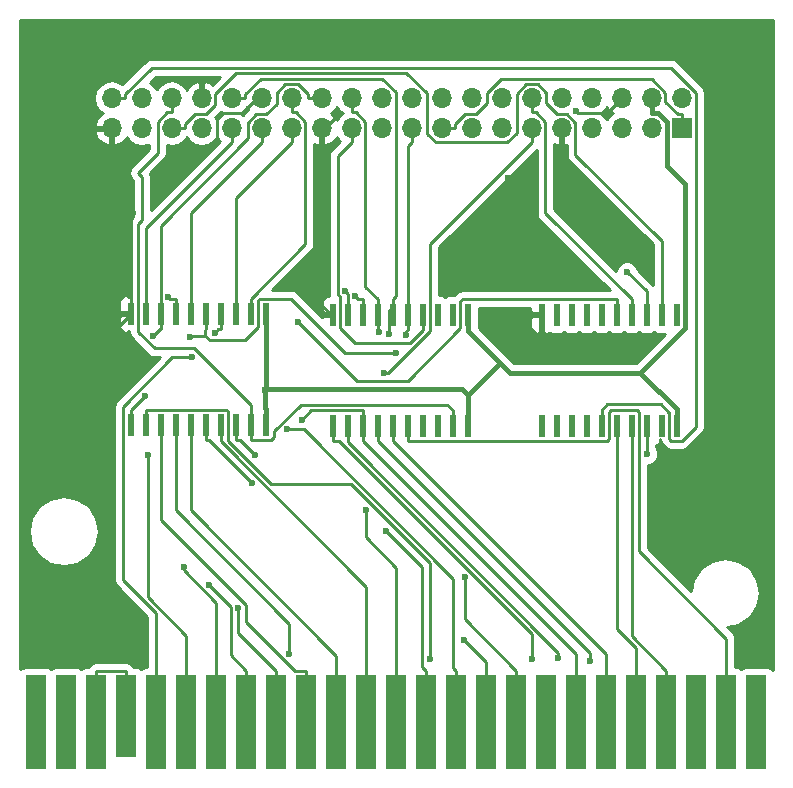
<source format=gbr>
G04 #@! TF.FileFunction,Copper,L1,Top,Mixed*
%FSLAX46Y46*%
G04 Gerber Fmt 4.6, Leading zero omitted, Abs format (unit mm)*
G04 Created by KiCad (PCBNEW 4.0.7) date 12/29/17 01:52:09*
%MOMM*%
%LPD*%
G01*
G04 APERTURE LIST*
%ADD10C,0.100000*%
%ADD11R,1.700000X1.700000*%
%ADD12O,1.700000X1.700000*%
%ADD13R,1.800000X8.000000*%
%ADD14R,1.800000X7.000000*%
%ADD15R,0.600000X1.950000*%
%ADD16C,0.600000*%
%ADD17C,0.250000*%
%ADD18C,0.400000*%
%ADD19C,0.254000*%
G04 APERTURE END LIST*
D10*
D11*
X181635000Y-59563000D03*
D12*
X181635000Y-57023000D03*
X179095000Y-59563000D03*
X179095000Y-57023000D03*
X176555000Y-59563000D03*
X176555000Y-57023000D03*
X174015000Y-59563000D03*
X174015000Y-57023000D03*
X171475000Y-59563000D03*
X171475000Y-57023000D03*
X168935000Y-59563000D03*
X168935000Y-57023000D03*
X166395000Y-59563000D03*
X166395000Y-57023000D03*
X163855000Y-59563000D03*
X163855000Y-57023000D03*
X161315000Y-59563000D03*
X161315000Y-57023000D03*
X158775000Y-59563000D03*
X158775000Y-57023000D03*
X156235000Y-59563000D03*
X156235000Y-57023000D03*
X153695000Y-59563000D03*
X153695000Y-57023000D03*
X151155000Y-59563000D03*
X151155000Y-57023000D03*
X148615000Y-59563000D03*
X148615000Y-57023000D03*
X146075000Y-59563000D03*
X146075000Y-57023000D03*
X143535000Y-59563000D03*
X143535000Y-57023000D03*
X140995000Y-59563000D03*
X140995000Y-57023000D03*
X138455000Y-59563000D03*
X138455000Y-57023000D03*
X135915000Y-59563000D03*
X135915000Y-57023000D03*
X133375000Y-59563000D03*
X133375000Y-57023000D03*
D13*
X187949840Y-109827440D03*
X185409840Y-109827440D03*
X182869840Y-109827440D03*
X180329840Y-109827440D03*
X177789840Y-109827440D03*
X175249840Y-109827440D03*
X172709840Y-109827440D03*
X170169840Y-109827440D03*
X167629840Y-109827440D03*
X165089840Y-109827440D03*
X162549840Y-109827440D03*
X160009840Y-109827440D03*
X157469840Y-109827440D03*
X154929840Y-109827440D03*
X152389840Y-109827440D03*
X149849840Y-109827440D03*
X147309840Y-109827440D03*
X144769840Y-109827440D03*
X142229840Y-109827440D03*
X139689840Y-109827440D03*
X137149840Y-109827440D03*
D14*
X134604760Y-109334680D03*
D13*
X132069840Y-109827440D03*
X129529840Y-109827440D03*
X126989840Y-109827440D03*
D15*
X181204000Y-75335400D03*
X179934000Y-75335400D03*
X178664000Y-75335400D03*
X177394000Y-75335400D03*
X176124000Y-75335400D03*
X174854000Y-75335400D03*
X173584000Y-75335400D03*
X172314000Y-75335400D03*
X171044000Y-75335400D03*
X169774000Y-75335400D03*
X169774000Y-84735400D03*
X171044000Y-84735400D03*
X172314000Y-84735400D03*
X173584000Y-84735400D03*
X174854000Y-84735400D03*
X176124000Y-84735400D03*
X177394000Y-84735400D03*
X178664000Y-84735400D03*
X179934000Y-84735400D03*
X181204000Y-84735400D03*
X163525000Y-75335400D03*
X162255000Y-75335400D03*
X160985000Y-75335400D03*
X159715000Y-75335400D03*
X158445000Y-75335400D03*
X157175000Y-75335400D03*
X155905000Y-75335400D03*
X154635000Y-75335400D03*
X153365000Y-75335400D03*
X152095000Y-75335400D03*
X152095000Y-84735400D03*
X153365000Y-84735400D03*
X154635000Y-84735400D03*
X155905000Y-84735400D03*
X157175000Y-84735400D03*
X158445000Y-84735400D03*
X159715000Y-84735400D03*
X160985000Y-84735400D03*
X162255000Y-84735400D03*
X163525000Y-84735400D03*
X146406000Y-75284600D03*
X145136000Y-75284600D03*
X143866000Y-75284600D03*
X142596000Y-75284600D03*
X141326000Y-75284600D03*
X140056000Y-75284600D03*
X138786000Y-75284600D03*
X137516000Y-75284600D03*
X136246000Y-75284600D03*
X134976000Y-75284600D03*
X134976000Y-84684600D03*
X136246000Y-84684600D03*
X137516000Y-84684600D03*
X138786000Y-84684600D03*
X140056000Y-84684600D03*
X141326000Y-84684600D03*
X142596000Y-84684600D03*
X143866000Y-84684600D03*
X145136000Y-84684600D03*
X146406000Y-84684600D03*
D16*
X166903400Y-63728600D03*
X142280640Y-60716160D03*
X169774000Y-75335400D03*
X171775120Y-72029320D03*
X179934000Y-84735400D03*
X181204000Y-75335400D03*
X134589520Y-101285040D03*
X150749000Y-70739000D03*
X135148320Y-66771520D03*
X152628600Y-58343800D03*
X168224200Y-65252600D03*
X172694600Y-58089800D03*
X172694600Y-65252600D03*
X146341200Y-81720000D03*
X142090800Y-76864000D03*
X138151000Y-73868900D03*
X136882100Y-77160500D03*
X157486500Y-78585500D03*
X140029200Y-77240600D03*
X178733700Y-87141600D03*
X173862000Y-104641600D03*
X171211400Y-104416100D03*
X149473000Y-84223700D03*
X168961400Y-104523800D03*
X163260100Y-97553600D03*
X163171700Y-102869100D03*
X160308900Y-104523800D03*
X136161100Y-82256700D03*
X148233100Y-85062000D03*
X156625100Y-93631200D03*
X154890600Y-91893500D03*
X145482200Y-87207200D03*
X145226100Y-89591400D03*
X148378300Y-104104700D03*
X144087200Y-100196500D03*
X141596900Y-98226500D03*
X139471600Y-96667000D03*
X136458600Y-87217000D03*
X149178300Y-75932800D03*
X140182300Y-78951900D03*
X177021900Y-71734700D03*
X155988400Y-76821400D03*
X158324000Y-77073500D03*
X156453000Y-80244800D03*
X156900700Y-76969100D03*
X153139100Y-73370900D03*
X154016500Y-73791400D03*
D17*
X166903400Y-63728600D02*
X166905940Y-63731140D01*
X166905940Y-63731140D02*
X166903400Y-63728600D01*
X146075000Y-57023000D02*
X145704560Y-57023000D01*
X145704560Y-57023000D02*
X144449800Y-58277760D01*
X144449800Y-58277760D02*
X142773400Y-58277760D01*
X142773400Y-58277760D02*
X142280640Y-58770520D01*
X142280640Y-58770520D02*
X142280640Y-60716160D01*
X171749720Y-72003920D02*
X171775120Y-72029320D01*
X132689600Y-77571000D02*
X134976000Y-75284600D01*
X132689600Y-99385120D02*
X132689600Y-77571000D01*
X134589520Y-101285040D02*
X132689600Y-99385120D01*
X134976000Y-75284600D02*
X134976000Y-66943840D01*
X134976000Y-66943840D02*
X135148320Y-66771520D01*
X150749000Y-74091800D02*
X150749000Y-70739000D01*
X150749000Y-74091800D02*
X151992600Y-75335400D01*
X135148320Y-66771520D02*
X135148320Y-64175640D01*
X135148320Y-64175640D02*
X133375000Y-62402320D01*
X133375000Y-59563000D02*
X133375000Y-62402320D01*
X133375000Y-62402320D02*
X133375000Y-62559800D01*
X152628600Y-58343800D02*
X151409400Y-59563000D01*
X151409400Y-59563000D02*
X151155000Y-59563000D01*
X166903400Y-63728600D02*
X168224200Y-65049400D01*
X168224200Y-65049400D02*
X168224200Y-65252600D01*
X172694600Y-58089800D02*
X172847000Y-58242200D01*
X172847000Y-58242200D02*
X175335800Y-58242200D01*
X175335800Y-58242200D02*
X176555000Y-57023000D01*
X152095000Y-75335400D02*
X151992600Y-75335400D01*
D18*
X181204000Y-84735400D02*
X181204000Y-83360100D01*
X179095000Y-57023000D02*
X179095000Y-58273300D01*
X181904400Y-76497900D02*
X178123100Y-80279200D01*
X181904400Y-64298600D02*
X181904400Y-76497900D01*
X180384600Y-62778800D02*
X181904400Y-64298600D01*
X180384600Y-59044800D02*
X180384600Y-62778800D01*
X179613100Y-58273300D02*
X180384600Y-59044800D01*
X179095000Y-58273300D02*
X179613100Y-58273300D01*
X178123100Y-80279200D02*
X181204000Y-83360100D01*
X163525000Y-75335400D02*
X163525000Y-76710700D01*
X163525000Y-84735400D02*
X163525000Y-83360100D01*
X167093500Y-80279200D02*
X166229200Y-79414800D01*
X178123100Y-80279200D02*
X167093500Y-80279200D01*
X166229200Y-79414800D02*
X163525000Y-76710700D01*
X146341200Y-83244500D02*
X146341200Y-81720000D01*
X146406000Y-83309300D02*
X146341200Y-83244500D01*
X146406000Y-84684600D02*
X146406000Y-83309300D01*
X166229200Y-79414800D02*
X163525000Y-82119000D01*
X163525000Y-82119000D02*
X163525000Y-83360100D01*
X163061200Y-81655200D02*
X163525000Y-82119000D01*
X146406000Y-81655200D02*
X163061200Y-81655200D01*
X146406000Y-75284600D02*
X146406000Y-81655200D01*
X146406000Y-81655200D02*
X146341200Y-81720000D01*
D17*
X142369900Y-76584900D02*
X142090800Y-76864000D01*
X142596000Y-76584900D02*
X142369900Y-76584900D01*
X142596000Y-75284600D02*
X142596000Y-76584900D01*
X138266400Y-73984300D02*
X138151000Y-73868900D01*
X138786000Y-73984300D02*
X138266400Y-73984300D01*
X138786000Y-75284600D02*
X138786000Y-73984300D01*
X136246000Y-68027300D02*
X143535000Y-60738300D01*
X136246000Y-75284600D02*
X136246000Y-68027300D01*
X143535000Y-59563000D02*
X143535000Y-60738300D01*
X151155000Y-57023000D02*
X149979700Y-57023000D01*
X137516000Y-67802000D02*
X137516000Y-75284600D01*
X144899600Y-60418400D02*
X137516000Y-67802000D01*
X144899600Y-59073600D02*
X144899600Y-60418400D01*
X145585600Y-58387600D02*
X144899600Y-59073600D01*
X146445700Y-58387600D02*
X145585600Y-58387600D01*
X147345000Y-57488300D02*
X146445700Y-58387600D01*
X147345000Y-56556500D02*
X147345000Y-57488300D01*
X148073500Y-55828000D02*
X147345000Y-56556500D01*
X149152000Y-55828000D02*
X148073500Y-55828000D01*
X149979700Y-56655700D02*
X149152000Y-55828000D01*
X149979700Y-57023000D02*
X149979700Y-56655700D01*
X137457700Y-76584900D02*
X136882100Y-77160500D01*
X137516000Y-76584900D02*
X137457700Y-76584900D01*
X137516000Y-75284600D02*
X137516000Y-76584900D01*
X143866000Y-65487300D02*
X148615000Y-60738300D01*
X143866000Y-75284600D02*
X143866000Y-65487300D01*
X148615000Y-59563000D02*
X148615000Y-60738300D01*
X175343900Y-82945200D02*
X174854000Y-83435100D01*
X179878900Y-82945200D02*
X175343900Y-82945200D01*
X180559400Y-83625700D02*
X179878900Y-82945200D01*
X180559400Y-85834000D02*
X180559400Y-83625700D01*
X180761200Y-86035800D02*
X180559400Y-85834000D01*
X181657800Y-86035800D02*
X180761200Y-86035800D01*
X182831700Y-84861900D02*
X181657800Y-86035800D01*
X182831700Y-56547400D02*
X182831700Y-84861900D01*
X180705000Y-54420700D02*
X182831700Y-56547400D01*
X136785300Y-54420700D02*
X180705000Y-54420700D01*
X134550300Y-56655700D02*
X136785300Y-54420700D01*
X134550300Y-57023000D02*
X134550300Y-56655700D01*
X133375000Y-57023000D02*
X134550300Y-57023000D01*
X174854000Y-84735400D02*
X174854000Y-83435100D01*
X148615000Y-57023000D02*
X148615000Y-58198300D01*
X149790300Y-69330000D02*
X145136000Y-73984300D01*
X149790300Y-59006200D02*
X149790300Y-69330000D01*
X148982400Y-58198300D02*
X149790300Y-59006200D01*
X148615000Y-58198300D02*
X148982400Y-58198300D01*
X145136000Y-75284600D02*
X145136000Y-73984300D01*
X141326000Y-75284600D02*
X141326000Y-76584900D01*
X140130900Y-77138900D02*
X140029200Y-77240600D01*
X141295100Y-77138900D02*
X140130900Y-77138900D01*
X141295100Y-76615800D02*
X141295100Y-77138900D01*
X141326000Y-76584900D02*
X141295100Y-76615800D01*
X153130000Y-78585500D02*
X157486500Y-78585500D01*
X148528600Y-73984100D02*
X153130000Y-78585500D01*
X145924200Y-73984100D02*
X148528600Y-73984100D01*
X145773000Y-74135300D02*
X145924200Y-73984100D01*
X145773000Y-76382700D02*
X145773000Y-74135300D01*
X144642600Y-77513100D02*
X145773000Y-76382700D01*
X141669300Y-77513100D02*
X144642600Y-77513100D01*
X141295100Y-77138900D02*
X141669300Y-77513100D01*
X140056000Y-66757300D02*
X146075000Y-60738300D01*
X140056000Y-75284600D02*
X140056000Y-66757300D01*
X146075000Y-59563000D02*
X146075000Y-60738300D01*
X178733700Y-86105400D02*
X178733700Y-87141600D01*
X178664000Y-86035700D02*
X178733700Y-86105400D01*
X178664000Y-84735400D02*
X178664000Y-86035700D01*
X177394000Y-102566300D02*
X180329800Y-105502100D01*
X177394000Y-84735400D02*
X177394000Y-102566300D01*
X180329800Y-109827400D02*
X180329800Y-105502100D01*
X177789800Y-103599000D02*
X177789800Y-109827400D01*
X176124000Y-101933200D02*
X177789800Y-103599000D01*
X176124000Y-84735400D02*
X176124000Y-101933200D01*
X173862000Y-103992700D02*
X173862000Y-104641600D01*
X155905000Y-86035700D02*
X173862000Y-103992700D01*
X155905000Y-84735400D02*
X155905000Y-86035700D01*
X175249800Y-104110500D02*
X157175000Y-86035700D01*
X175249800Y-109827400D02*
X175249800Y-104110500D01*
X157175000Y-84735400D02*
X157175000Y-86035700D01*
X153365000Y-86137200D02*
X153365000Y-84735400D01*
X171211400Y-103983600D02*
X153365000Y-86137200D01*
X171211400Y-104416100D02*
X171211400Y-103983600D01*
X150261600Y-83435100D02*
X149473000Y-84223700D01*
X154635000Y-83435100D02*
X150261600Y-83435100D01*
X154635000Y-84085200D02*
X154635000Y-83435100D01*
X154635000Y-84085200D02*
X154635000Y-84735400D01*
X172709800Y-104110500D02*
X154635000Y-86035700D01*
X172709800Y-109827400D02*
X172709800Y-104110500D01*
X154635000Y-84735400D02*
X154635000Y-86035700D01*
X152095000Y-84735400D02*
X152095000Y-86035700D01*
X152626600Y-86035700D02*
X152095000Y-86035700D01*
X168961400Y-102370500D02*
X152626600Y-86035700D01*
X168961400Y-104523800D02*
X168961400Y-102370500D01*
X163260100Y-101132400D02*
X167629800Y-105502100D01*
X163260100Y-97553600D02*
X163260100Y-101132400D01*
X167629800Y-109827400D02*
X167629800Y-105502100D01*
X165089800Y-104787200D02*
X165089800Y-109827400D01*
X163171700Y-102869100D02*
X165089800Y-104787200D01*
X136246000Y-84684600D02*
X136246000Y-83384300D01*
X160308900Y-96348800D02*
X160308900Y-104523800D01*
X153663000Y-89702900D02*
X160308900Y-96348800D01*
X146910000Y-89702900D02*
X153663000Y-89702900D01*
X143221400Y-86014300D02*
X146910000Y-89702900D01*
X143221400Y-83532700D02*
X143221400Y-86014300D01*
X143073000Y-83384300D02*
X143221400Y-83532700D01*
X136246000Y-83384300D02*
X143073000Y-83384300D01*
X135033500Y-83384300D02*
X136161100Y-82256700D01*
X134976000Y-83384300D02*
X135033500Y-83384300D01*
X134976000Y-84684600D02*
X134976000Y-83384300D01*
X162313500Y-105265800D02*
X162549800Y-105502100D01*
X162313500Y-97716500D02*
X162313500Y-105265800D01*
X149659000Y-85062000D02*
X162313500Y-97716500D01*
X148233100Y-85062000D02*
X149659000Y-85062000D01*
X162549800Y-109827400D02*
X162549800Y-105502100D01*
X159683600Y-105175900D02*
X160009800Y-105502100D01*
X159683600Y-96689700D02*
X159683600Y-105175900D01*
X156625100Y-93631200D02*
X159683600Y-96689700D01*
X160009800Y-109827400D02*
X160009800Y-105502100D01*
X157469800Y-96755700D02*
X157469800Y-109827400D01*
X154890600Y-94176500D02*
X157469800Y-96755700D01*
X154890600Y-91893500D02*
X154890600Y-94176500D01*
X144259900Y-85984900D02*
X145482200Y-87207200D01*
X143866000Y-85984900D02*
X144259900Y-85984900D01*
X143866000Y-84684600D02*
X143866000Y-85984900D01*
X154929800Y-98385000D02*
X154929800Y-109827400D01*
X142596000Y-86051200D02*
X154929800Y-98385000D01*
X142596000Y-84684600D02*
X142596000Y-86051200D01*
X141619600Y-85984900D02*
X145226100Y-89591400D01*
X141326000Y-85984900D02*
X141619600Y-85984900D01*
X141326000Y-84684600D02*
X141326000Y-85984900D01*
X152389800Y-104229200D02*
X152389800Y-105502100D01*
X140056000Y-91895400D02*
X152389800Y-104229200D01*
X140056000Y-84684600D02*
X140056000Y-91895400D01*
X152389800Y-109827400D02*
X152389800Y-105502100D01*
X148378300Y-101495100D02*
X148378300Y-104104700D01*
X138786000Y-91902800D02*
X148378300Y-101495100D01*
X138786000Y-84684600D02*
X138786000Y-91902800D01*
X149849800Y-109827400D02*
X149849800Y-105502100D01*
X137516000Y-92740900D02*
X137516000Y-84684600D01*
X144712500Y-99937400D02*
X137516000Y-92740900D01*
X144712500Y-101323200D02*
X144712500Y-99937400D01*
X148891400Y-105502100D02*
X144712500Y-101323200D01*
X149849800Y-105502100D02*
X148891400Y-105502100D01*
X144087200Y-102279500D02*
X147309800Y-105502100D01*
X144087200Y-100196500D02*
X144087200Y-102279500D01*
X147309800Y-109827400D02*
X147309800Y-105502100D01*
X144769800Y-109827400D02*
X144769800Y-105502100D01*
X143461900Y-104194200D02*
X144769800Y-105502100D01*
X143461900Y-100091500D02*
X143461900Y-104194200D01*
X141596900Y-98226500D02*
X143461900Y-100091500D01*
X142229800Y-109827400D02*
X142229800Y-105502100D01*
X142229800Y-99743700D02*
X142229800Y-105502100D01*
X139471600Y-96985500D02*
X142229800Y-99743700D01*
X139471600Y-96667000D02*
X139471600Y-96985500D01*
X139689800Y-102508000D02*
X139689800Y-109827400D01*
X136458600Y-99276800D02*
X139689800Y-102508000D01*
X136458600Y-87217000D02*
X136458600Y-99276800D01*
X154179800Y-80934300D02*
X149178300Y-75932800D01*
X158453500Y-80934300D02*
X154179800Y-80934300D01*
X162898700Y-76489100D02*
X158453500Y-80934300D01*
X162898700Y-74226300D02*
X162898700Y-76489100D01*
X163089900Y-74035100D02*
X162898700Y-74226300D01*
X176124000Y-74035100D02*
X163089900Y-74035100D01*
X137149800Y-100604900D02*
X137149800Y-109827400D01*
X134350600Y-97805700D02*
X137149800Y-100604900D01*
X134350600Y-83131500D02*
X134350600Y-97805700D01*
X138530200Y-78951900D02*
X134350600Y-83131500D01*
X140182300Y-78951900D02*
X138530200Y-78951900D01*
X176124000Y-75335400D02*
X176124000Y-74035100D01*
X181333700Y-58387700D02*
X181635000Y-58387700D01*
X180270400Y-57324400D02*
X181333700Y-58387700D01*
X180270400Y-56532900D02*
X180270400Y-57324400D01*
X179109500Y-55372000D02*
X180270400Y-56532900D01*
X166307100Y-55372000D02*
X179109500Y-55372000D01*
X165125000Y-56554100D02*
X166307100Y-55372000D01*
X165125000Y-57454000D02*
X165125000Y-56554100D01*
X164191300Y-58387700D02*
X165125000Y-57454000D01*
X163298200Y-58387700D02*
X164191300Y-58387700D01*
X162490300Y-59195600D02*
X163298200Y-58387700D01*
X162490300Y-59563000D02*
X162490300Y-59195600D01*
X161315000Y-59563000D02*
X162490300Y-59563000D01*
X181635000Y-59563000D02*
X181635000Y-58387700D01*
X178664000Y-73376800D02*
X177021900Y-71734700D01*
X178664000Y-75335400D02*
X178664000Y-73376800D01*
X139630300Y-59195600D02*
X139630300Y-59563000D01*
X140438200Y-58387700D02*
X139630300Y-59195600D01*
X141331300Y-58387700D02*
X140438200Y-58387700D01*
X142170400Y-57548600D02*
X141331300Y-58387700D01*
X142170400Y-56639000D02*
X142170400Y-57548600D01*
X143926200Y-54883200D02*
X142170400Y-56639000D01*
X158337300Y-54883200D02*
X143926200Y-54883200D01*
X160045000Y-56590900D02*
X158337300Y-54883200D01*
X160045000Y-60002600D02*
X160045000Y-56590900D01*
X160806800Y-60764400D02*
X160045000Y-60002600D01*
X166867200Y-60764400D02*
X160806800Y-60764400D01*
X167665000Y-59966600D02*
X166867200Y-60764400D01*
X167665000Y-56624000D02*
X167665000Y-59966600D01*
X168441400Y-55847600D02*
X167665000Y-56624000D01*
X169443500Y-55847600D02*
X168441400Y-55847600D01*
X170127100Y-56531200D02*
X169443500Y-55847600D01*
X170127100Y-57410300D02*
X170127100Y-56531200D01*
X171079600Y-58362800D02*
X170127100Y-57410300D01*
X171939600Y-58362800D02*
X171079600Y-58362800D01*
X172650400Y-59073600D02*
X171939600Y-58362800D01*
X172650400Y-61788800D02*
X172650400Y-59073600D01*
X179934000Y-69072400D02*
X172650400Y-61788800D01*
X179934000Y-75335400D02*
X179934000Y-69072400D01*
X138455000Y-59563000D02*
X139630300Y-59563000D01*
X154062400Y-58198300D02*
X153695000Y-58198300D01*
X154870300Y-59006200D02*
X154062400Y-58198300D01*
X154870300Y-73000400D02*
X154870300Y-59006200D01*
X155905000Y-74035100D02*
X154870300Y-73000400D01*
X155905000Y-75335400D02*
X155905000Y-74035100D01*
X153695000Y-57023000D02*
X153695000Y-58198300D01*
X155988400Y-76719100D02*
X155905000Y-76635700D01*
X155988400Y-76821400D02*
X155988400Y-76719100D01*
X155905000Y-75335400D02*
X155905000Y-76635700D01*
X158775000Y-59563000D02*
X158775000Y-60738300D01*
X158445000Y-61068300D02*
X158775000Y-60738300D01*
X158445000Y-75335400D02*
X158445000Y-61068300D01*
X158324000Y-76756700D02*
X158324000Y-77073500D01*
X158445000Y-76635700D02*
X158324000Y-76756700D01*
X158445000Y-75335400D02*
X158445000Y-76635700D01*
X158651900Y-77698800D02*
X159715000Y-76635700D01*
X153992900Y-77698800D02*
X158651900Y-77698800D01*
X152739600Y-76445500D02*
X153992900Y-77698800D01*
X152739600Y-73855700D02*
X152739600Y-76445500D01*
X152513800Y-73629900D02*
X152739600Y-73855700D01*
X152513800Y-61919500D02*
X152513800Y-73629900D01*
X153695000Y-60738300D02*
X152513800Y-61919500D01*
X159715000Y-75335400D02*
X159715000Y-76635700D01*
X153695000Y-59563000D02*
X153695000Y-60738300D01*
X135625860Y-63317140D02*
X135625860Y-63352700D01*
X135620600Y-76797200D02*
X137022200Y-78198800D01*
X137022200Y-78198800D02*
X140313600Y-78198800D01*
X140313600Y-78198800D02*
X145136000Y-83021200D01*
X145136000Y-83021200D02*
X145136000Y-83384300D01*
X145136000Y-83384300D02*
X145136000Y-84147000D01*
X135620600Y-67670840D02*
X135620600Y-76797200D01*
X135940800Y-67350640D02*
X135620600Y-67670840D01*
X135940800Y-63667640D02*
X135940800Y-67350640D01*
X135625860Y-63352700D02*
X135940800Y-63667640D01*
X138455000Y-57023000D02*
X138455000Y-58198300D01*
X145136000Y-84147000D02*
X145136000Y-84684600D01*
X161797400Y-82977500D02*
X162255000Y-83435100D01*
X149408000Y-82977500D02*
X161797400Y-82977500D01*
X147160200Y-85225300D02*
X149408000Y-82977500D01*
X147160200Y-85724200D02*
X147160200Y-85225300D01*
X146899500Y-85984900D02*
X147160200Y-85724200D01*
X145136000Y-85984900D02*
X146899500Y-85984900D01*
X145136000Y-84684600D02*
X145136000Y-85984900D01*
X162255000Y-84735400D02*
X162255000Y-83435100D01*
X137279700Y-61663300D02*
X135625860Y-63317140D01*
X135625860Y-63317140D02*
X135620600Y-63322400D01*
X137279700Y-59006200D02*
X137279700Y-61663300D01*
X138087600Y-58198300D02*
X137279700Y-59006200D01*
X138455000Y-58198300D02*
X138087600Y-58198300D01*
X168935000Y-59563000D02*
X168935000Y-60738300D01*
X160340300Y-69333000D02*
X168935000Y-60738300D01*
X160340300Y-76683100D02*
X160340300Y-69333000D01*
X156778600Y-80244800D02*
X160340300Y-76683100D01*
X156453000Y-80244800D02*
X156778600Y-80244800D01*
X143535000Y-57023000D02*
X144710300Y-57023000D01*
X144710300Y-56655700D02*
X144710300Y-57023000D01*
X146017900Y-55348100D02*
X144710300Y-56655700D01*
X156281600Y-55348100D02*
X146017900Y-55348100D01*
X157449200Y-56515700D02*
X156281600Y-55348100D01*
X157449200Y-73760900D02*
X157449200Y-56515700D01*
X157175000Y-74035100D02*
X157449200Y-73760900D01*
X157175000Y-75335400D02*
X157175000Y-74685200D01*
X157175000Y-74685200D02*
X157175000Y-74035100D01*
X156900700Y-74959500D02*
X156900700Y-76969100D01*
X157175000Y-74685200D02*
X156900700Y-74959500D01*
X153365000Y-73596800D02*
X153139100Y-73370900D01*
X153365000Y-75335400D02*
X153365000Y-73596800D01*
X154260200Y-74035100D02*
X154016500Y-73791400D01*
X154635000Y-74035100D02*
X154260200Y-74035100D01*
X154635000Y-75335400D02*
X154635000Y-74035100D01*
X169302400Y-58198300D02*
X168935000Y-58198300D01*
X170110300Y-59006200D02*
X169302400Y-58198300D01*
X170110300Y-66751400D02*
X170110300Y-59006200D01*
X177394000Y-74035100D02*
X170110300Y-66751400D01*
X177394000Y-75335400D02*
X177394000Y-74035100D01*
X168935000Y-57023000D02*
X168935000Y-58198300D01*
X185409800Y-102769000D02*
X185409800Y-109827400D01*
X178019300Y-95378500D02*
X185409800Y-102769000D01*
X178019300Y-83583400D02*
X178019300Y-95378500D01*
X177870900Y-83435000D02*
X178019300Y-83583400D01*
X175620100Y-83435000D02*
X177870900Y-83435000D01*
X175491000Y-83564100D02*
X175620100Y-83435000D01*
X175491000Y-85833500D02*
X175491000Y-83564100D01*
X175288800Y-86035700D02*
X175491000Y-85833500D01*
X158445000Y-86035700D02*
X175288800Y-86035700D01*
X158445000Y-84735400D02*
X158445000Y-86035700D01*
X134597500Y-105502100D02*
X134604800Y-105509400D01*
X132069800Y-105502100D02*
X134597500Y-105502100D01*
X132069800Y-109827400D02*
X132069800Y-105502100D01*
X134604800Y-109334700D02*
X134604800Y-105509400D01*
D19*
G36*
X189370900Y-105464533D02*
X189313930Y-105375999D01*
X189101730Y-105231009D01*
X188849840Y-105180000D01*
X187049840Y-105180000D01*
X186814523Y-105224278D01*
X186679263Y-105311316D01*
X186561730Y-105231009D01*
X186309840Y-105180000D01*
X186169800Y-105180000D01*
X186169800Y-102769000D01*
X186129480Y-102566300D01*
X186111948Y-102478160D01*
X185947201Y-102231599D01*
X185515278Y-101799676D01*
X186444996Y-101614743D01*
X187400078Y-100976578D01*
X188038243Y-100021496D01*
X188262337Y-98894900D01*
X188038243Y-97768304D01*
X187400078Y-96813222D01*
X186444996Y-96175057D01*
X185318400Y-95950963D01*
X184191804Y-96175057D01*
X183236722Y-96813222D01*
X182598557Y-97768304D01*
X182413624Y-98698022D01*
X178779300Y-95063698D01*
X178779300Y-88076640D01*
X178918867Y-88076762D01*
X179262643Y-87934717D01*
X179525892Y-87671927D01*
X179668538Y-87328399D01*
X179668862Y-86956433D01*
X179526817Y-86612657D01*
X179493700Y-86579482D01*
X179493700Y-86339605D01*
X179507690Y-86345400D01*
X179648250Y-86345400D01*
X179807000Y-86186650D01*
X179807000Y-85872207D01*
X179857252Y-86124839D01*
X180021999Y-86371401D01*
X180223799Y-86573201D01*
X180470360Y-86737948D01*
X180761200Y-86795800D01*
X181657800Y-86795800D01*
X181948639Y-86737948D01*
X182195201Y-86573201D01*
X183369101Y-85399301D01*
X183533848Y-85152740D01*
X183591700Y-84861900D01*
X183591700Y-56547400D01*
X183533848Y-56256561D01*
X183369101Y-56009999D01*
X181242401Y-53883299D01*
X180995839Y-53718552D01*
X180705000Y-53660700D01*
X136785300Y-53660700D01*
X136494460Y-53718552D01*
X136247899Y-53883299D01*
X134282558Y-55848640D01*
X133943285Y-55621946D01*
X133375000Y-55508907D01*
X132806715Y-55621946D01*
X132324946Y-55943853D01*
X132003039Y-56425622D01*
X131890000Y-56993907D01*
X131890000Y-57052093D01*
X132003039Y-57620378D01*
X132324946Y-58102147D01*
X132608101Y-58291345D01*
X132608076Y-58291355D01*
X132179817Y-58681642D01*
X131933514Y-59206108D01*
X132054181Y-59436000D01*
X133248000Y-59436000D01*
X133248000Y-59416000D01*
X133502000Y-59416000D01*
X133502000Y-59436000D01*
X133522000Y-59436000D01*
X133522000Y-59690000D01*
X133502000Y-59690000D01*
X133502000Y-60883155D01*
X133731890Y-61004476D01*
X134141924Y-60834645D01*
X134570183Y-60444358D01*
X134637298Y-60301447D01*
X134864946Y-60642147D01*
X135346715Y-60964054D01*
X135915000Y-61077093D01*
X136483285Y-60964054D01*
X136519700Y-60939722D01*
X136519700Y-61348498D01*
X135083199Y-62784999D01*
X134918452Y-63031561D01*
X134860600Y-63322400D01*
X134865860Y-63348844D01*
X134865860Y-63352700D01*
X134923712Y-63643539D01*
X135088459Y-63890101D01*
X135180800Y-63982442D01*
X135180800Y-67035838D01*
X135083199Y-67133439D01*
X134918452Y-67380001D01*
X134860600Y-67670840D01*
X134860600Y-73674600D01*
X134848998Y-73674600D01*
X134848998Y-73833348D01*
X134690250Y-73674600D01*
X134549690Y-73674600D01*
X134316301Y-73771273D01*
X134137673Y-73949902D01*
X134041000Y-74183291D01*
X134041000Y-74998850D01*
X134199750Y-75157600D01*
X134849000Y-75157600D01*
X134849000Y-75137600D01*
X134860600Y-75137600D01*
X134860600Y-75431600D01*
X134849000Y-75431600D01*
X134849000Y-75411600D01*
X134199750Y-75411600D01*
X134041000Y-75570350D01*
X134041000Y-76385909D01*
X134137673Y-76619298D01*
X134316301Y-76797927D01*
X134549690Y-76894600D01*
X134690250Y-76894600D01*
X134848998Y-76735852D01*
X134848998Y-76894600D01*
X134879974Y-76894600D01*
X134918452Y-77088039D01*
X135083199Y-77334601D01*
X136484799Y-78736201D01*
X136731361Y-78900948D01*
X137022200Y-78958800D01*
X137448498Y-78958800D01*
X133813199Y-82594099D01*
X133648452Y-82840661D01*
X133590600Y-83131500D01*
X133590600Y-97805700D01*
X133648452Y-98096539D01*
X133813199Y-98343101D01*
X136389800Y-100919702D01*
X136389800Y-105180000D01*
X136249840Y-105180000D01*
X136014523Y-105224278D01*
X135871190Y-105316511D01*
X135756650Y-105238249D01*
X135504760Y-105187240D01*
X135286020Y-105187240D01*
X135142201Y-104971999D01*
X135134901Y-104964699D01*
X134888339Y-104799952D01*
X134597500Y-104742100D01*
X132069800Y-104742100D01*
X131778961Y-104799952D01*
X131532399Y-104964699D01*
X131388540Y-105180000D01*
X131169840Y-105180000D01*
X130934523Y-105224278D01*
X130799263Y-105311316D01*
X130681730Y-105231009D01*
X130429840Y-105180000D01*
X128629840Y-105180000D01*
X128394523Y-105224278D01*
X128259263Y-105311316D01*
X128141730Y-105231009D01*
X127889840Y-105180000D01*
X126089840Y-105180000D01*
X125854523Y-105224278D01*
X125652600Y-105354212D01*
X125652600Y-93675200D01*
X126351753Y-93675200D01*
X126578009Y-94812668D01*
X127222333Y-95776967D01*
X128186632Y-96421291D01*
X129324100Y-96647547D01*
X130461568Y-96421291D01*
X131425867Y-95776967D01*
X132070191Y-94812668D01*
X132296447Y-93675200D01*
X132070191Y-92537732D01*
X131425867Y-91573433D01*
X130461568Y-90929109D01*
X129324100Y-90702853D01*
X128186632Y-90929109D01*
X127222333Y-91573433D01*
X126578009Y-92537732D01*
X126351753Y-93675200D01*
X125652600Y-93675200D01*
X125652600Y-59919892D01*
X131933514Y-59919892D01*
X132179817Y-60444358D01*
X132608076Y-60834645D01*
X133018110Y-61004476D01*
X133248000Y-60883155D01*
X133248000Y-59690000D01*
X132054181Y-59690000D01*
X131933514Y-59919892D01*
X125652600Y-59919892D01*
X125652600Y-50405100D01*
X189370900Y-50405100D01*
X189370900Y-105464533D01*
X189370900Y-105464533D01*
G37*
X189370900Y-105464533D02*
X189313930Y-105375999D01*
X189101730Y-105231009D01*
X188849840Y-105180000D01*
X187049840Y-105180000D01*
X186814523Y-105224278D01*
X186679263Y-105311316D01*
X186561730Y-105231009D01*
X186309840Y-105180000D01*
X186169800Y-105180000D01*
X186169800Y-102769000D01*
X186129480Y-102566300D01*
X186111948Y-102478160D01*
X185947201Y-102231599D01*
X185515278Y-101799676D01*
X186444996Y-101614743D01*
X187400078Y-100976578D01*
X188038243Y-100021496D01*
X188262337Y-98894900D01*
X188038243Y-97768304D01*
X187400078Y-96813222D01*
X186444996Y-96175057D01*
X185318400Y-95950963D01*
X184191804Y-96175057D01*
X183236722Y-96813222D01*
X182598557Y-97768304D01*
X182413624Y-98698022D01*
X178779300Y-95063698D01*
X178779300Y-88076640D01*
X178918867Y-88076762D01*
X179262643Y-87934717D01*
X179525892Y-87671927D01*
X179668538Y-87328399D01*
X179668862Y-86956433D01*
X179526817Y-86612657D01*
X179493700Y-86579482D01*
X179493700Y-86339605D01*
X179507690Y-86345400D01*
X179648250Y-86345400D01*
X179807000Y-86186650D01*
X179807000Y-85872207D01*
X179857252Y-86124839D01*
X180021999Y-86371401D01*
X180223799Y-86573201D01*
X180470360Y-86737948D01*
X180761200Y-86795800D01*
X181657800Y-86795800D01*
X181948639Y-86737948D01*
X182195201Y-86573201D01*
X183369101Y-85399301D01*
X183533848Y-85152740D01*
X183591700Y-84861900D01*
X183591700Y-56547400D01*
X183533848Y-56256561D01*
X183369101Y-56009999D01*
X181242401Y-53883299D01*
X180995839Y-53718552D01*
X180705000Y-53660700D01*
X136785300Y-53660700D01*
X136494460Y-53718552D01*
X136247899Y-53883299D01*
X134282558Y-55848640D01*
X133943285Y-55621946D01*
X133375000Y-55508907D01*
X132806715Y-55621946D01*
X132324946Y-55943853D01*
X132003039Y-56425622D01*
X131890000Y-56993907D01*
X131890000Y-57052093D01*
X132003039Y-57620378D01*
X132324946Y-58102147D01*
X132608101Y-58291345D01*
X132608076Y-58291355D01*
X132179817Y-58681642D01*
X131933514Y-59206108D01*
X132054181Y-59436000D01*
X133248000Y-59436000D01*
X133248000Y-59416000D01*
X133502000Y-59416000D01*
X133502000Y-59436000D01*
X133522000Y-59436000D01*
X133522000Y-59690000D01*
X133502000Y-59690000D01*
X133502000Y-60883155D01*
X133731890Y-61004476D01*
X134141924Y-60834645D01*
X134570183Y-60444358D01*
X134637298Y-60301447D01*
X134864946Y-60642147D01*
X135346715Y-60964054D01*
X135915000Y-61077093D01*
X136483285Y-60964054D01*
X136519700Y-60939722D01*
X136519700Y-61348498D01*
X135083199Y-62784999D01*
X134918452Y-63031561D01*
X134860600Y-63322400D01*
X134865860Y-63348844D01*
X134865860Y-63352700D01*
X134923712Y-63643539D01*
X135088459Y-63890101D01*
X135180800Y-63982442D01*
X135180800Y-67035838D01*
X135083199Y-67133439D01*
X134918452Y-67380001D01*
X134860600Y-67670840D01*
X134860600Y-73674600D01*
X134848998Y-73674600D01*
X134848998Y-73833348D01*
X134690250Y-73674600D01*
X134549690Y-73674600D01*
X134316301Y-73771273D01*
X134137673Y-73949902D01*
X134041000Y-74183291D01*
X134041000Y-74998850D01*
X134199750Y-75157600D01*
X134849000Y-75157600D01*
X134849000Y-75137600D01*
X134860600Y-75137600D01*
X134860600Y-75431600D01*
X134849000Y-75431600D01*
X134849000Y-75411600D01*
X134199750Y-75411600D01*
X134041000Y-75570350D01*
X134041000Y-76385909D01*
X134137673Y-76619298D01*
X134316301Y-76797927D01*
X134549690Y-76894600D01*
X134690250Y-76894600D01*
X134848998Y-76735852D01*
X134848998Y-76894600D01*
X134879974Y-76894600D01*
X134918452Y-77088039D01*
X135083199Y-77334601D01*
X136484799Y-78736201D01*
X136731361Y-78900948D01*
X137022200Y-78958800D01*
X137448498Y-78958800D01*
X133813199Y-82594099D01*
X133648452Y-82840661D01*
X133590600Y-83131500D01*
X133590600Y-97805700D01*
X133648452Y-98096539D01*
X133813199Y-98343101D01*
X136389800Y-100919702D01*
X136389800Y-105180000D01*
X136249840Y-105180000D01*
X136014523Y-105224278D01*
X135871190Y-105316511D01*
X135756650Y-105238249D01*
X135504760Y-105187240D01*
X135286020Y-105187240D01*
X135142201Y-104971999D01*
X135134901Y-104964699D01*
X134888339Y-104799952D01*
X134597500Y-104742100D01*
X132069800Y-104742100D01*
X131778961Y-104799952D01*
X131532399Y-104964699D01*
X131388540Y-105180000D01*
X131169840Y-105180000D01*
X130934523Y-105224278D01*
X130799263Y-105311316D01*
X130681730Y-105231009D01*
X130429840Y-105180000D01*
X128629840Y-105180000D01*
X128394523Y-105224278D01*
X128259263Y-105311316D01*
X128141730Y-105231009D01*
X127889840Y-105180000D01*
X126089840Y-105180000D01*
X125854523Y-105224278D01*
X125652600Y-105354212D01*
X125652600Y-93675200D01*
X126351753Y-93675200D01*
X126578009Y-94812668D01*
X127222333Y-95776967D01*
X128186632Y-96421291D01*
X129324100Y-96647547D01*
X130461568Y-96421291D01*
X131425867Y-95776967D01*
X132070191Y-94812668D01*
X132296447Y-93675200D01*
X132070191Y-92537732D01*
X131425867Y-91573433D01*
X130461568Y-90929109D01*
X129324100Y-90702853D01*
X128186632Y-90929109D01*
X127222333Y-91573433D01*
X126578009Y-92537732D01*
X126351753Y-93675200D01*
X125652600Y-93675200D01*
X125652600Y-59919892D01*
X131933514Y-59919892D01*
X132179817Y-60444358D01*
X132608076Y-60834645D01*
X133018110Y-61004476D01*
X133248000Y-60883155D01*
X133248000Y-59690000D01*
X132054181Y-59690000D01*
X131933514Y-59919892D01*
X125652600Y-59919892D01*
X125652600Y-50405100D01*
X189370900Y-50405100D01*
X189370900Y-105464533D01*
G36*
X168839000Y-75049650D02*
X168997750Y-75208400D01*
X169647000Y-75208400D01*
X169647000Y-75188400D01*
X169901000Y-75188400D01*
X169901000Y-75208400D01*
X169921000Y-75208400D01*
X169921000Y-75462400D01*
X169901000Y-75462400D01*
X169901000Y-76786650D01*
X170059750Y-76945400D01*
X170200310Y-76945400D01*
X170417122Y-76855594D01*
X170492110Y-76906831D01*
X170744000Y-76957840D01*
X171344000Y-76957840D01*
X171579317Y-76913562D01*
X171678528Y-76849722D01*
X171762110Y-76906831D01*
X172014000Y-76957840D01*
X172614000Y-76957840D01*
X172849317Y-76913562D01*
X172948528Y-76849722D01*
X173032110Y-76906831D01*
X173284000Y-76957840D01*
X173884000Y-76957840D01*
X174119317Y-76913562D01*
X174218528Y-76849722D01*
X174302110Y-76906831D01*
X174554000Y-76957840D01*
X175154000Y-76957840D01*
X175389317Y-76913562D01*
X175488528Y-76849722D01*
X175572110Y-76906831D01*
X175824000Y-76957840D01*
X176424000Y-76957840D01*
X176659317Y-76913562D01*
X176758528Y-76849722D01*
X176842110Y-76906831D01*
X177094000Y-76957840D01*
X177694000Y-76957840D01*
X177929317Y-76913562D01*
X178028528Y-76849722D01*
X178112110Y-76906831D01*
X178364000Y-76957840D01*
X178964000Y-76957840D01*
X179199317Y-76913562D01*
X179298528Y-76849722D01*
X179382110Y-76906831D01*
X179634000Y-76957840D01*
X180234000Y-76957840D01*
X180270451Y-76950981D01*
X177777232Y-79444200D01*
X167439396Y-79444200D01*
X166819668Y-78824400D01*
X166819648Y-78824386D01*
X166819634Y-78824366D01*
X166819629Y-78824363D01*
X166819624Y-78824355D01*
X164444340Y-76449160D01*
X164472440Y-76310400D01*
X164472440Y-75621150D01*
X168839000Y-75621150D01*
X168839000Y-76436709D01*
X168935673Y-76670098D01*
X169114301Y-76848727D01*
X169347690Y-76945400D01*
X169488250Y-76945400D01*
X169647000Y-76786650D01*
X169647000Y-75462400D01*
X168997750Y-75462400D01*
X168839000Y-75621150D01*
X164472440Y-75621150D01*
X164472440Y-74795100D01*
X168839000Y-74795100D01*
X168839000Y-75049650D01*
X168839000Y-75049650D01*
G37*
X168839000Y-75049650D02*
X168997750Y-75208400D01*
X169647000Y-75208400D01*
X169647000Y-75188400D01*
X169901000Y-75188400D01*
X169901000Y-75208400D01*
X169921000Y-75208400D01*
X169921000Y-75462400D01*
X169901000Y-75462400D01*
X169901000Y-76786650D01*
X170059750Y-76945400D01*
X170200310Y-76945400D01*
X170417122Y-76855594D01*
X170492110Y-76906831D01*
X170744000Y-76957840D01*
X171344000Y-76957840D01*
X171579317Y-76913562D01*
X171678528Y-76849722D01*
X171762110Y-76906831D01*
X172014000Y-76957840D01*
X172614000Y-76957840D01*
X172849317Y-76913562D01*
X172948528Y-76849722D01*
X173032110Y-76906831D01*
X173284000Y-76957840D01*
X173884000Y-76957840D01*
X174119317Y-76913562D01*
X174218528Y-76849722D01*
X174302110Y-76906831D01*
X174554000Y-76957840D01*
X175154000Y-76957840D01*
X175389317Y-76913562D01*
X175488528Y-76849722D01*
X175572110Y-76906831D01*
X175824000Y-76957840D01*
X176424000Y-76957840D01*
X176659317Y-76913562D01*
X176758528Y-76849722D01*
X176842110Y-76906831D01*
X177094000Y-76957840D01*
X177694000Y-76957840D01*
X177929317Y-76913562D01*
X178028528Y-76849722D01*
X178112110Y-76906831D01*
X178364000Y-76957840D01*
X178964000Y-76957840D01*
X179199317Y-76913562D01*
X179298528Y-76849722D01*
X179382110Y-76906831D01*
X179634000Y-76957840D01*
X180234000Y-76957840D01*
X180270451Y-76950981D01*
X177777232Y-79444200D01*
X167439396Y-79444200D01*
X166819668Y-78824400D01*
X166819648Y-78824386D01*
X166819634Y-78824366D01*
X166819629Y-78824363D01*
X166819624Y-78824355D01*
X164444340Y-76449160D01*
X164472440Y-76310400D01*
X164472440Y-75621150D01*
X168839000Y-75621150D01*
X168839000Y-76436709D01*
X168935673Y-76670098D01*
X169114301Y-76848727D01*
X169347690Y-76945400D01*
X169488250Y-76945400D01*
X169647000Y-76786650D01*
X169647000Y-75462400D01*
X168997750Y-75462400D01*
X168839000Y-75621150D01*
X164472440Y-75621150D01*
X164472440Y-74795100D01*
X168839000Y-74795100D01*
X168839000Y-75049650D01*
G36*
X151282000Y-59436000D02*
X151302000Y-59436000D01*
X151302000Y-59690000D01*
X151282000Y-59690000D01*
X151282000Y-60883155D01*
X151511890Y-61004476D01*
X151921924Y-60834645D01*
X152350183Y-60444358D01*
X152417298Y-60301447D01*
X152644946Y-60642147D01*
X152687750Y-60670748D01*
X151976399Y-61382099D01*
X151811652Y-61628661D01*
X151753800Y-61919500D01*
X151753800Y-73629900D01*
X151772796Y-73725400D01*
X151668690Y-73725400D01*
X151435301Y-73822073D01*
X151256673Y-74000702D01*
X151160000Y-74234091D01*
X151160000Y-75049650D01*
X151318750Y-75208400D01*
X151968000Y-75208400D01*
X151968000Y-75188400D01*
X151979600Y-75188400D01*
X151979600Y-75482400D01*
X151968000Y-75482400D01*
X151968000Y-75462400D01*
X151318750Y-75462400D01*
X151200226Y-75580924D01*
X149066001Y-73446699D01*
X148819439Y-73281952D01*
X148528600Y-73224100D01*
X146971002Y-73224100D01*
X150327701Y-69867401D01*
X150492448Y-69620840D01*
X150550300Y-69330000D01*
X150550300Y-60901836D01*
X150798110Y-61004476D01*
X151028000Y-60883155D01*
X151028000Y-59690000D01*
X151008000Y-59690000D01*
X151008000Y-59436000D01*
X151028000Y-59436000D01*
X151028000Y-59416000D01*
X151282000Y-59416000D01*
X151282000Y-59436000D01*
X151282000Y-59436000D01*
G37*
X151282000Y-59436000D02*
X151302000Y-59436000D01*
X151302000Y-59690000D01*
X151282000Y-59690000D01*
X151282000Y-60883155D01*
X151511890Y-61004476D01*
X151921924Y-60834645D01*
X152350183Y-60444358D01*
X152417298Y-60301447D01*
X152644946Y-60642147D01*
X152687750Y-60670748D01*
X151976399Y-61382099D01*
X151811652Y-61628661D01*
X151753800Y-61919500D01*
X151753800Y-73629900D01*
X151772796Y-73725400D01*
X151668690Y-73725400D01*
X151435301Y-73822073D01*
X151256673Y-74000702D01*
X151160000Y-74234091D01*
X151160000Y-75049650D01*
X151318750Y-75208400D01*
X151968000Y-75208400D01*
X151968000Y-75188400D01*
X151979600Y-75188400D01*
X151979600Y-75482400D01*
X151968000Y-75482400D01*
X151968000Y-75462400D01*
X151318750Y-75462400D01*
X151200226Y-75580924D01*
X149066001Y-73446699D01*
X148819439Y-73281952D01*
X148528600Y-73224100D01*
X146971002Y-73224100D01*
X150327701Y-69867401D01*
X150492448Y-69620840D01*
X150550300Y-69330000D01*
X150550300Y-60901836D01*
X150798110Y-61004476D01*
X151028000Y-60883155D01*
X151028000Y-59690000D01*
X151008000Y-59690000D01*
X151008000Y-59436000D01*
X151028000Y-59436000D01*
X151028000Y-59416000D01*
X151282000Y-59416000D01*
X151282000Y-59436000D01*
G36*
X169350300Y-66751400D02*
X169408152Y-67042239D01*
X169572899Y-67288801D01*
X175559198Y-73275100D01*
X163089900Y-73275100D01*
X162799061Y-73332952D01*
X162552499Y-73497699D01*
X162361299Y-73688899D01*
X162345222Y-73712960D01*
X161955000Y-73712960D01*
X161719683Y-73757238D01*
X161620472Y-73821078D01*
X161536890Y-73763969D01*
X161285000Y-73712960D01*
X161100300Y-73712960D01*
X161100300Y-69647802D01*
X169350300Y-61397802D01*
X169350300Y-66751400D01*
X169350300Y-66751400D01*
G37*
X169350300Y-66751400D02*
X169408152Y-67042239D01*
X169572899Y-67288801D01*
X175559198Y-73275100D01*
X163089900Y-73275100D01*
X162799061Y-73332952D01*
X162552499Y-73497699D01*
X162361299Y-73688899D01*
X162345222Y-73712960D01*
X161955000Y-73712960D01*
X161719683Y-73757238D01*
X161620472Y-73821078D01*
X161536890Y-73763969D01*
X161285000Y-73712960D01*
X161100300Y-73712960D01*
X161100300Y-69647802D01*
X169350300Y-61397802D01*
X169350300Y-66751400D01*
G36*
X171602000Y-59436000D02*
X171622000Y-59436000D01*
X171622000Y-59690000D01*
X171602000Y-59690000D01*
X171602000Y-60883155D01*
X171831890Y-61004476D01*
X171890400Y-60980242D01*
X171890400Y-61788800D01*
X171948252Y-62079639D01*
X172112999Y-62326201D01*
X179174000Y-69387202D01*
X179174000Y-72811998D01*
X177957022Y-71595020D01*
X177957062Y-71549533D01*
X177815017Y-71205757D01*
X177552227Y-70942508D01*
X177208699Y-70799862D01*
X176836733Y-70799538D01*
X176492957Y-70941583D01*
X176229708Y-71204373D01*
X176087062Y-71547901D01*
X176086970Y-71653268D01*
X170870300Y-66436598D01*
X170870300Y-60901836D01*
X171118110Y-61004476D01*
X171348000Y-60883155D01*
X171348000Y-59690000D01*
X171328000Y-59690000D01*
X171328000Y-59436000D01*
X171348000Y-59436000D01*
X171348000Y-59416000D01*
X171602000Y-59416000D01*
X171602000Y-59436000D01*
X171602000Y-59436000D01*
G37*
X171602000Y-59436000D02*
X171622000Y-59436000D01*
X171622000Y-59690000D01*
X171602000Y-59690000D01*
X171602000Y-60883155D01*
X171831890Y-61004476D01*
X171890400Y-60980242D01*
X171890400Y-61788800D01*
X171948252Y-62079639D01*
X172112999Y-62326201D01*
X179174000Y-69387202D01*
X179174000Y-72811998D01*
X177957022Y-71595020D01*
X177957062Y-71549533D01*
X177815017Y-71205757D01*
X177552227Y-70942508D01*
X177208699Y-70799862D01*
X176836733Y-70799538D01*
X176492957Y-70941583D01*
X176229708Y-71204373D01*
X176087062Y-71547901D01*
X176086970Y-71653268D01*
X170870300Y-66436598D01*
X170870300Y-60901836D01*
X171118110Y-61004476D01*
X171348000Y-60883155D01*
X171348000Y-59690000D01*
X171328000Y-59690000D01*
X171328000Y-59436000D01*
X171348000Y-59436000D01*
X171348000Y-59416000D01*
X171602000Y-59416000D01*
X171602000Y-59436000D01*
G36*
X142484946Y-60642147D02*
X142527750Y-60670748D01*
X136700800Y-66497698D01*
X136700800Y-63667640D01*
X136642948Y-63376801D01*
X136642948Y-63376800D01*
X136642169Y-63375633D01*
X137817101Y-62200701D01*
X137981848Y-61954139D01*
X138039700Y-61663300D01*
X138039700Y-60994485D01*
X138455000Y-61077093D01*
X139023285Y-60964054D01*
X139505054Y-60642147D01*
X139725000Y-60312974D01*
X139944946Y-60642147D01*
X140426715Y-60964054D01*
X140995000Y-61077093D01*
X141563285Y-60964054D01*
X142045054Y-60642147D01*
X142265000Y-60312974D01*
X142484946Y-60642147D01*
X142484946Y-60642147D01*
G37*
X142484946Y-60642147D02*
X142527750Y-60670748D01*
X136700800Y-66497698D01*
X136700800Y-63667640D01*
X136642948Y-63376801D01*
X136642948Y-63376800D01*
X136642169Y-63375633D01*
X137817101Y-62200701D01*
X137981848Y-61954139D01*
X138039700Y-61663300D01*
X138039700Y-60994485D01*
X138455000Y-61077093D01*
X139023285Y-60964054D01*
X139505054Y-60642147D01*
X139725000Y-60312974D01*
X139944946Y-60642147D01*
X140426715Y-60964054D01*
X140995000Y-61077093D01*
X141563285Y-60964054D01*
X142045054Y-60642147D01*
X142265000Y-60312974D01*
X142484946Y-60642147D01*
G36*
X152644946Y-58102147D02*
X152930578Y-58293000D01*
X152644946Y-58483853D01*
X152417298Y-58824553D01*
X152350183Y-58681642D01*
X151921924Y-58291355D01*
X151921899Y-58291345D01*
X152205054Y-58102147D01*
X152425000Y-57772974D01*
X152644946Y-58102147D01*
X152644946Y-58102147D01*
G37*
X152644946Y-58102147D02*
X152930578Y-58293000D01*
X152644946Y-58483853D01*
X152417298Y-58824553D01*
X152350183Y-58681642D01*
X151921924Y-58291355D01*
X151921899Y-58291345D01*
X152205054Y-58102147D01*
X152425000Y-57772974D01*
X152644946Y-58102147D01*
G36*
X142770578Y-58293000D02*
X142484946Y-58483853D01*
X142265000Y-58813026D01*
X142151156Y-58642646D01*
X142608859Y-58184943D01*
X142770578Y-58293000D01*
X142770578Y-58293000D01*
G37*
X142770578Y-58293000D02*
X142484946Y-58483853D01*
X142265000Y-58813026D01*
X142151156Y-58642646D01*
X142608859Y-58184943D01*
X142770578Y-58293000D01*
G36*
X175359817Y-57904358D02*
X175788076Y-58294645D01*
X175788101Y-58294655D01*
X175504946Y-58483853D01*
X175285000Y-58813026D01*
X175065054Y-58483853D01*
X174779422Y-58293000D01*
X175065054Y-58102147D01*
X175292702Y-57761447D01*
X175359817Y-57904358D01*
X175359817Y-57904358D01*
G37*
X175359817Y-57904358D02*
X175788076Y-58294645D01*
X175788101Y-58294655D01*
X175504946Y-58483853D01*
X175285000Y-58813026D01*
X175065054Y-58483853D01*
X174779422Y-58293000D01*
X175065054Y-58102147D01*
X175292702Y-57761447D01*
X175359817Y-57904358D01*
G36*
X144879817Y-57904358D02*
X144939577Y-57958820D01*
X144482841Y-58415557D01*
X144299422Y-58293000D01*
X144585054Y-58102147D01*
X144811790Y-57762812D01*
X144813211Y-57762530D01*
X144879817Y-57904358D01*
X144879817Y-57904358D01*
G37*
X144879817Y-57904358D02*
X144939577Y-57958820D01*
X144482841Y-58415557D01*
X144299422Y-58293000D01*
X144585054Y-58102147D01*
X144811790Y-57762812D01*
X144813211Y-57762530D01*
X144879817Y-57904358D01*
G36*
X176682000Y-56896000D02*
X176702000Y-56896000D01*
X176702000Y-57150000D01*
X176682000Y-57150000D01*
X176682000Y-57170000D01*
X176428000Y-57170000D01*
X176428000Y-57150000D01*
X176408000Y-57150000D01*
X176408000Y-56896000D01*
X176428000Y-56896000D01*
X176428000Y-56876000D01*
X176682000Y-56876000D01*
X176682000Y-56896000D01*
X176682000Y-56896000D01*
G37*
X176682000Y-56896000D02*
X176702000Y-56896000D01*
X176702000Y-57150000D01*
X176682000Y-57150000D01*
X176682000Y-57170000D01*
X176428000Y-57170000D01*
X176428000Y-57150000D01*
X176408000Y-57150000D01*
X176408000Y-56896000D01*
X176428000Y-56896000D01*
X176428000Y-56876000D01*
X176682000Y-56876000D01*
X176682000Y-56896000D01*
G36*
X166522000Y-56896000D02*
X166542000Y-56896000D01*
X166542000Y-57150000D01*
X166522000Y-57150000D01*
X166522000Y-57170000D01*
X166268000Y-57170000D01*
X166268000Y-57150000D01*
X166248000Y-57150000D01*
X166248000Y-56896000D01*
X166268000Y-56896000D01*
X166268000Y-56876000D01*
X166522000Y-56876000D01*
X166522000Y-56896000D01*
X166522000Y-56896000D01*
G37*
X166522000Y-56896000D02*
X166542000Y-56896000D01*
X166542000Y-57150000D01*
X166522000Y-57150000D01*
X166522000Y-57170000D01*
X166268000Y-57170000D01*
X166268000Y-57150000D01*
X166248000Y-57150000D01*
X166248000Y-56896000D01*
X166268000Y-56896000D01*
X166268000Y-56876000D01*
X166522000Y-56876000D01*
X166522000Y-56896000D01*
G36*
X158902000Y-56896000D02*
X158922000Y-56896000D01*
X158922000Y-57150000D01*
X158902000Y-57150000D01*
X158902000Y-57170000D01*
X158648000Y-57170000D01*
X158648000Y-57150000D01*
X158628000Y-57150000D01*
X158628000Y-56896000D01*
X158648000Y-56896000D01*
X158648000Y-56876000D01*
X158902000Y-56876000D01*
X158902000Y-56896000D01*
X158902000Y-56896000D01*
G37*
X158902000Y-56896000D02*
X158922000Y-56896000D01*
X158922000Y-57150000D01*
X158902000Y-57150000D01*
X158902000Y-57170000D01*
X158648000Y-57170000D01*
X158648000Y-57150000D01*
X158628000Y-57150000D01*
X158628000Y-56896000D01*
X158648000Y-56896000D01*
X158648000Y-56876000D01*
X158902000Y-56876000D01*
X158902000Y-56896000D01*
G36*
X146202000Y-56896000D02*
X146222000Y-56896000D01*
X146222000Y-57150000D01*
X146202000Y-57150000D01*
X146202000Y-57170000D01*
X145948000Y-57170000D01*
X145948000Y-57150000D01*
X145928000Y-57150000D01*
X145928000Y-56896000D01*
X145948000Y-56896000D01*
X145948000Y-56876000D01*
X146202000Y-56876000D01*
X146202000Y-56896000D01*
X146202000Y-56896000D01*
G37*
X146202000Y-56896000D02*
X146222000Y-56896000D01*
X146222000Y-57150000D01*
X146202000Y-57150000D01*
X146202000Y-57170000D01*
X145948000Y-57170000D01*
X145948000Y-57150000D01*
X145928000Y-57150000D01*
X145928000Y-56896000D01*
X145948000Y-56896000D01*
X145948000Y-56876000D01*
X146202000Y-56876000D01*
X146202000Y-56896000D01*
G36*
X141877717Y-55856881D02*
X141761924Y-55751355D01*
X141351890Y-55581524D01*
X141122000Y-55702845D01*
X141122000Y-56896000D01*
X141142000Y-56896000D01*
X141142000Y-57150000D01*
X141122000Y-57150000D01*
X141122000Y-57170000D01*
X140868000Y-57170000D01*
X140868000Y-57150000D01*
X140848000Y-57150000D01*
X140848000Y-56896000D01*
X140868000Y-56896000D01*
X140868000Y-55702845D01*
X140638110Y-55581524D01*
X140228076Y-55751355D01*
X139799817Y-56141642D01*
X139732702Y-56284553D01*
X139505054Y-55943853D01*
X139023285Y-55621946D01*
X138455000Y-55508907D01*
X137886715Y-55621946D01*
X137404946Y-55943853D01*
X137185000Y-56273026D01*
X136965054Y-55943853D01*
X136588532Y-55692270D01*
X137100102Y-55180700D01*
X142553898Y-55180700D01*
X141877717Y-55856881D01*
X141877717Y-55856881D01*
G37*
X141877717Y-55856881D02*
X141761924Y-55751355D01*
X141351890Y-55581524D01*
X141122000Y-55702845D01*
X141122000Y-56896000D01*
X141142000Y-56896000D01*
X141142000Y-57150000D01*
X141122000Y-57150000D01*
X141122000Y-57170000D01*
X140868000Y-57170000D01*
X140868000Y-57150000D01*
X140848000Y-57150000D01*
X140848000Y-56896000D01*
X140868000Y-56896000D01*
X140868000Y-55702845D01*
X140638110Y-55581524D01*
X140228076Y-55751355D01*
X139799817Y-56141642D01*
X139732702Y-56284553D01*
X139505054Y-55943853D01*
X139023285Y-55621946D01*
X138455000Y-55508907D01*
X137886715Y-55621946D01*
X137404946Y-55943853D01*
X137185000Y-56273026D01*
X136965054Y-55943853D01*
X136588532Y-55692270D01*
X137100102Y-55180700D01*
X142553898Y-55180700D01*
X141877717Y-55856881D01*
M02*

</source>
